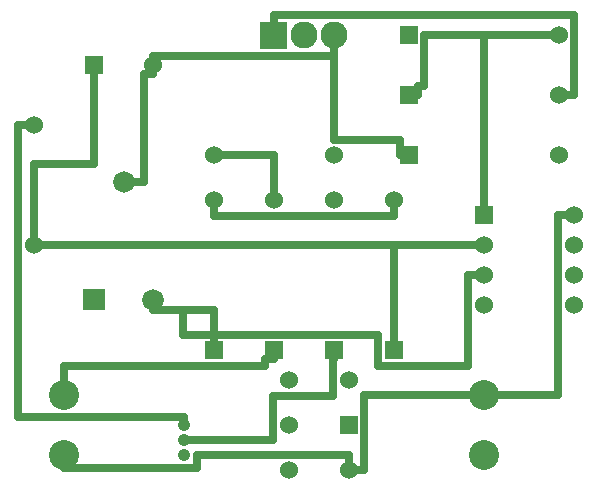
<source format=gbr>
G04 start of page 2 for group 0 idx 0 *
G04 Title: (unknown), component *
G04 Creator: pcb 20100929 *
G04 CreationDate: Wed Feb  3 23:32:12 2016 UTC *
G04 For: bert *
G04 Format: Gerber/RS-274X *
G04 PCB-Dimensions: 300000 250000 *
G04 PCB-Coordinate-Origin: lower left *
%MOIN*%
%FSLAX25Y25*%
%LNFRONT*%
%ADD11C,0.0250*%
%ADD12C,0.0420*%
%ADD13C,0.1000*%
%ADD14C,0.0200*%
%ADD15C,0.0720*%
%ADD16C,0.0600*%
%ADD17C,0.0900*%
%ADD18C,0.0270*%
%ADD19C,0.0500*%
%ADD20C,0.0520*%
%ADD21C,0.0400*%
%ADD22C,0.0360*%
%ADD23C,0.0320*%
%ADD24C,0.0670*%
%ADD25C,0.0280*%
G54D11*X130001Y150000D02*X85000D01*
X160001D02*X10000D01*
X59922Y128290D02*Y120250D01*
X124750Y120251D02*X59922D01*
X70001Y128290D02*X49843D01*
Y131890D02*Y128289D01*
X64351Y75650D02*X20000D01*
Y80000D02*Y75649D01*
X60000Y92750D02*Y89999D01*
X60001Y92750D02*X4749D01*
X89750Y85000D02*X60000D01*
X70000Y165000D02*Y159749D01*
X4749Y190000D02*Y92749D01*
X10001Y190000D02*X4749D01*
X70000Y128290D02*Y114999D01*
X20000Y109750D02*Y99999D01*
X46685Y171260D02*X40000D01*
X87000Y109750D02*X20000D01*
X86999Y112002D02*Y109749D01*
X90001Y112002D02*X86999D01*
X90000Y115000D02*Y112001D01*
X132002Y185251D02*X110000D01*
X132001D02*Y179999D01*
X135001Y180000D02*X132001D01*
X10000Y163555D02*Y149999D01*
X30001Y177111D02*X10000D01*
Y149999D01*
X90000Y226751D02*Y219999D01*
X115000Y80251D02*Y74999D01*
X115001Y80251D02*X64350D01*
Y75649D01*
X110000Y216625D02*Y185250D01*
Y220000D02*Y213249D01*
X120250Y100000D02*Y74999D01*
X120251Y75000D02*X115000D01*
X49685Y210000D02*Y207001D01*
X190250Y226751D02*Y199999D01*
X184749Y160000D02*Y99999D01*
X190251Y200000D02*X185000D01*
X160000Y220000D02*Y159999D01*
X190001Y160000D02*X184749D01*
X184750Y100000D02*X160000D01*
X160001D02*X120250D01*
X130001Y159750D02*X70000D01*
X130000Y165000D02*Y159749D01*
X90000Y180000D02*Y164999D01*
X90001Y180000D02*X70000D01*
X89749Y99750D02*Y84999D01*
X109750Y99750D02*X89749D01*
X109749Y112001D02*Y99749D01*
X110001Y112001D02*X109749D01*
X110000Y115000D02*Y112000D01*
X124749Y120251D02*Y109749D01*
X154750Y109750D02*X124749D01*
X130000Y150000D02*Y114999D01*
X154749Y140000D02*Y109749D01*
X160001Y140000D02*X154749D01*
X140250Y220000D02*Y203000D01*
X140251Y203001D02*X137999D01*
Y199999D01*
X138000Y200000D02*X135000D01*
X190251Y226751D02*X90000D01*
X162626Y220000D02*X160000D01*
X185001D02*X140250D01*
X110001Y213250D02*X49685D01*
X30000Y210000D02*Y177110D01*
X49685Y213250D02*Y209999D01*
X46684Y207002D02*Y171259D01*
X49686Y207002D02*X46684D01*
G54D12*X60000Y80000D03*
Y85000D03*
Y90000D03*
G54D13*X20000Y80000D03*
Y100000D03*
G54D14*G36*
X26558Y135490D02*Y128290D01*
X33758D01*
Y135490D01*
X26558D01*
G37*
G36*
X67000Y118000D02*Y112000D01*
X73000D01*
Y118000D01*
X67000D01*
G37*
G54D15*X49843Y131890D03*
G54D14*G36*
X27000Y213000D02*Y207000D01*
X33000D01*
Y213000D01*
X27000D01*
G37*
G54D16*X49685Y210000D03*
G54D15*X40000Y171260D03*
G54D16*X70000Y180000D03*
X10000Y190000D03*
Y150000D03*
G54D14*G36*
X85500Y224500D02*Y215500D01*
X94500D01*
Y224500D01*
X85500D01*
G37*
G54D17*X100000Y220000D03*
X110000D03*
G54D14*G36*
X132000Y223000D02*Y217000D01*
X138000D01*
Y223000D01*
X132000D01*
G37*
G54D16*X185000Y220000D03*
G54D14*G36*
X132000Y183000D02*Y177000D01*
X138000D01*
Y183000D01*
X132000D01*
G37*
G54D16*X185000Y180000D03*
G54D14*G36*
X132000Y203000D02*Y197000D01*
X138000D01*
Y203000D01*
X132000D01*
G37*
G54D16*X185000Y200000D03*
X190000Y130000D03*
Y140000D03*
Y150000D03*
Y160000D03*
X110000Y180000D03*
G54D13*X160000Y100000D03*
G54D16*Y130000D03*
G54D14*G36*
X127000Y118000D02*Y112000D01*
X133000D01*
Y118000D01*
X127000D01*
G37*
G54D13*X160000Y80000D03*
G54D14*G36*
X157000Y163000D02*Y157000D01*
X163000D01*
Y163000D01*
X157000D01*
G37*
G54D16*X160000Y150000D03*
Y140000D03*
X130000Y165000D03*
X110000D03*
X90000D03*
X70000D03*
G54D14*G36*
X112000Y93000D02*Y87000D01*
X118000D01*
Y93000D01*
X112000D01*
G37*
G54D16*X95000Y90000D03*
X115000Y75000D03*
X95000D03*
G54D14*G36*
X107000Y118000D02*Y112000D01*
X113000D01*
Y118000D01*
X107000D01*
G37*
G36*
X87000D02*Y112000D01*
X93000D01*
Y118000D01*
X87000D01*
G37*
G54D16*X115000Y105000D03*
X95000D03*
G54D18*G54D19*G54D20*G54D21*G54D20*G54D22*G54D20*G54D23*G54D24*G54D21*G54D25*G54D23*G54D19*G54D25*G54D21*G54D19*G54D25*G54D21*M02*

</source>
